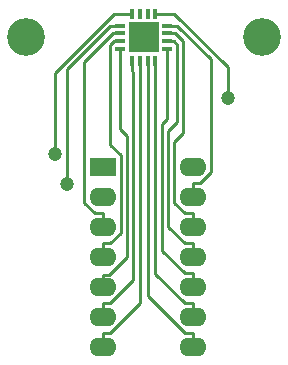
<source format=gbr>
%FSLAX46Y46*%
G04 Gerber Fmt 4.6, Leading zero omitted, Abs format (unit mm)*
G04 Created by KiCad (PCBNEW (2014-jul-16 BZR unknown)-product) date fre  8 aug 2014 14:25:07*
%MOMM*%
G01*
G04 APERTURE LIST*
%ADD10C,0.100000*%
%ADD11R,0.900000X0.350000*%
%ADD12R,0.350000X0.900000*%
%ADD13R,2.500000X2.500000*%
%ADD14R,2.286000X1.574800*%
%ADD15O,2.286000X1.574800*%
%ADD16C,3.200400*%
%ADD17C,1.200000*%
%ADD18C,0.254000*%
G04 APERTURE END LIST*
D10*
D11*
X41000000Y-39675000D03*
X41000000Y-40325000D03*
X41000000Y-39025000D03*
X41000000Y-40975000D03*
D12*
X42675000Y-42000000D03*
X42025000Y-42000000D03*
X43325000Y-42000000D03*
X43975000Y-42000000D03*
D11*
X45000000Y-40975000D03*
X45000000Y-40325000D03*
X45000000Y-39675000D03*
X45000000Y-39025000D03*
D12*
X43975000Y-38000000D03*
X43325000Y-38000000D03*
X42675000Y-38000000D03*
X42025000Y-38000000D03*
D13*
X43000000Y-40000000D03*
D14*
X39501200Y-50986700D03*
D15*
X39501200Y-53526700D03*
X39501200Y-56066700D03*
X39501200Y-58606700D03*
X39501200Y-61146700D03*
X39501200Y-63686700D03*
X39501200Y-66226700D03*
X47121200Y-66226700D03*
X47121200Y-63686700D03*
X47121200Y-61146700D03*
X47121200Y-58606700D03*
X47121200Y-56066700D03*
X47121200Y-53526700D03*
X47121200Y-50986700D03*
D16*
X33000000Y-40000000D03*
X53000000Y-40000000D03*
D17*
X36493800Y-52461800D03*
X50137000Y-45185600D03*
X35453400Y-49852300D03*
D18*
X40358600Y-39675000D02*
X41000000Y-39675000D01*
X37959000Y-42074600D02*
X40358600Y-39675000D01*
X37959000Y-54013200D02*
X37959000Y-42074600D01*
X38843800Y-54898000D02*
X37959000Y-54013200D01*
X39501200Y-54898000D02*
X38843800Y-54898000D01*
X39501200Y-56066700D02*
X39501200Y-54898000D01*
X40476800Y-40325000D02*
X41000000Y-40325000D01*
X40168600Y-40633200D02*
X40476800Y-40325000D01*
X40168600Y-49100800D02*
X40168600Y-40633200D01*
X41025600Y-49957800D02*
X40168600Y-49100800D01*
X41025600Y-56571000D02*
X41025600Y-49957800D01*
X40158600Y-57438000D02*
X41025600Y-56571000D01*
X39501200Y-57438000D02*
X40158600Y-57438000D01*
X39501200Y-58606700D02*
X39501200Y-57438000D01*
X36493800Y-42699900D02*
X40168700Y-39025000D01*
X36493800Y-52461800D02*
X36493800Y-42699900D01*
X41000000Y-39025000D02*
X40168700Y-39025000D01*
X41000000Y-47758800D02*
X41000000Y-40975000D01*
X41605600Y-48364400D02*
X41000000Y-47758800D01*
X41605600Y-58575200D02*
X41605600Y-48364400D01*
X40012500Y-60168300D02*
X41605600Y-58575200D01*
X39501200Y-60168300D02*
X40012500Y-60168300D01*
X39501200Y-61146700D02*
X39501200Y-60168300D01*
X42675000Y-62541600D02*
X42675000Y-42000000D01*
X40158600Y-65058000D02*
X42675000Y-62541600D01*
X39501200Y-65058000D02*
X40158600Y-65058000D01*
X39501200Y-66226700D02*
X39501200Y-65058000D01*
X42118600Y-42924900D02*
X42025000Y-42831300D01*
X42118600Y-60558000D02*
X42118600Y-42924900D01*
X40158600Y-62518000D02*
X42118600Y-60558000D01*
X39501200Y-62518000D02*
X40158600Y-62518000D01*
X39501200Y-63686700D02*
X39501200Y-62518000D01*
X42025000Y-42000000D02*
X42025000Y-42831300D01*
X47121200Y-66226700D02*
X47121200Y-65058000D01*
X46463800Y-65058000D02*
X47121200Y-65058000D01*
X43325000Y-61919200D02*
X46463800Y-65058000D01*
X43325000Y-42000000D02*
X43325000Y-61919200D01*
X47121200Y-63686700D02*
X47121200Y-62518000D01*
X43975000Y-42000000D02*
X43975000Y-42831300D01*
X46463800Y-62518000D02*
X47121200Y-62518000D01*
X43975000Y-60029200D02*
X46463800Y-62518000D01*
X43975000Y-42831300D02*
X43975000Y-60029200D01*
X45000000Y-46914200D02*
X45000000Y-40975000D01*
X44548800Y-47365400D02*
X45000000Y-46914200D01*
X44548800Y-58063000D02*
X44548800Y-47365400D01*
X46463800Y-59978000D02*
X44548800Y-58063000D01*
X47121200Y-59978000D02*
X46463800Y-59978000D01*
X47121200Y-61146700D02*
X47121200Y-59978000D01*
X45523200Y-40325000D02*
X45000000Y-40325000D01*
X45831400Y-40633200D02*
X45523200Y-40325000D01*
X45831400Y-47161000D02*
X45831400Y-40633200D01*
X45060200Y-47932200D02*
X45831400Y-47161000D01*
X45060200Y-56034400D02*
X45060200Y-47932200D01*
X46463800Y-57438000D02*
X45060200Y-56034400D01*
X47121200Y-57438000D02*
X46463800Y-57438000D01*
X47121200Y-58606700D02*
X47121200Y-57438000D01*
X47121200Y-56066700D02*
X47121200Y-54898000D01*
X45667000Y-39675000D02*
X45000000Y-39675000D01*
X46344600Y-40352600D02*
X45667000Y-39675000D01*
X46344600Y-48085600D02*
X46344600Y-40352600D01*
X45568600Y-48861600D02*
X46344600Y-48085600D01*
X45568600Y-54002800D02*
X45568600Y-48861600D01*
X46463800Y-54898000D02*
X45568600Y-54002800D01*
X47121200Y-54898000D02*
X46463800Y-54898000D01*
X48687000Y-41880700D02*
X45831300Y-39025000D01*
X48687000Y-51449600D02*
X48687000Y-41880700D01*
X47778600Y-52358000D02*
X48687000Y-51449600D01*
X47121200Y-52358000D02*
X47778600Y-52358000D01*
X47121200Y-53526700D02*
X47121200Y-52358000D01*
X45000000Y-39025000D02*
X45831300Y-39025000D01*
X45580100Y-38000000D02*
X43975000Y-38000000D01*
X50137000Y-42556900D02*
X45580100Y-38000000D01*
X50137000Y-45185600D02*
X50137000Y-42556900D01*
X40448500Y-38000000D02*
X42025000Y-38000000D01*
X35453400Y-42995100D02*
X40448500Y-38000000D01*
X35453400Y-49852300D02*
X35453400Y-42995100D01*
M02*

</source>
